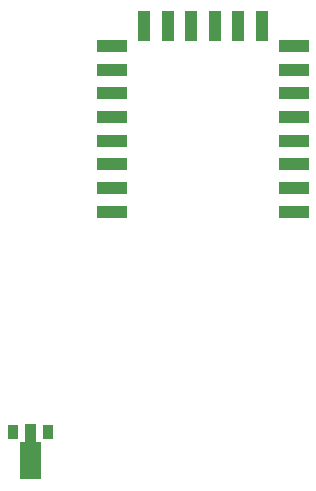
<source format=gbr>
%TF.GenerationSoftware,KiCad,Pcbnew,(5.1.10)-1*%
%TF.CreationDate,2023-02-11T08:53:15-05:00*%
%TF.ProjectId,Optitest,4f707469-7465-4737-942e-6b696361645f,rev?*%
%TF.SameCoordinates,Original*%
%TF.FileFunction,Paste,Top*%
%TF.FilePolarity,Positive*%
%FSLAX46Y46*%
G04 Gerber Fmt 4.6, Leading zero omitted, Abs format (unit mm)*
G04 Created by KiCad (PCBNEW (5.1.10)-1) date 2023-02-11 08:53:15*
%MOMM*%
%LPD*%
G01*
G04 APERTURE LIST*
%ADD10R,2.500000X1.100000*%
%ADD11R,1.100000X2.500000*%
%ADD12R,0.900000X1.300000*%
%ADD13C,0.100000*%
G04 APERTURE END LIST*
D10*
%TO.C,U1*%
X126430000Y-81280000D03*
X126430000Y-79280000D03*
X126430000Y-77280000D03*
X126430000Y-75280000D03*
X126430000Y-73280000D03*
X126430000Y-71280000D03*
X126430000Y-69280000D03*
X126430000Y-67280000D03*
X111030000Y-67280000D03*
X111030000Y-69280000D03*
X111030000Y-71280000D03*
X111030000Y-73280000D03*
X111030000Y-75280000D03*
X111030000Y-77280000D03*
X111030000Y-79280000D03*
X111030000Y-81280000D03*
D11*
X123740000Y-65580000D03*
X121740000Y-65580000D03*
X119740000Y-65580000D03*
X117740000Y-65580000D03*
X115740000Y-65580000D03*
X113740000Y-65580000D03*
%TD*%
D12*
%TO.C,U2*%
X105640000Y-99950000D03*
X102640000Y-99950000D03*
D13*
G36*
X103273500Y-103900000D02*
G01*
X103273500Y-100775000D01*
X103690000Y-100775000D01*
X103690000Y-99300000D01*
X104590000Y-99300000D01*
X104590000Y-100775000D01*
X105006500Y-100775000D01*
X105006500Y-103900000D01*
X103273500Y-103900000D01*
G37*
%TD*%
M02*

</source>
